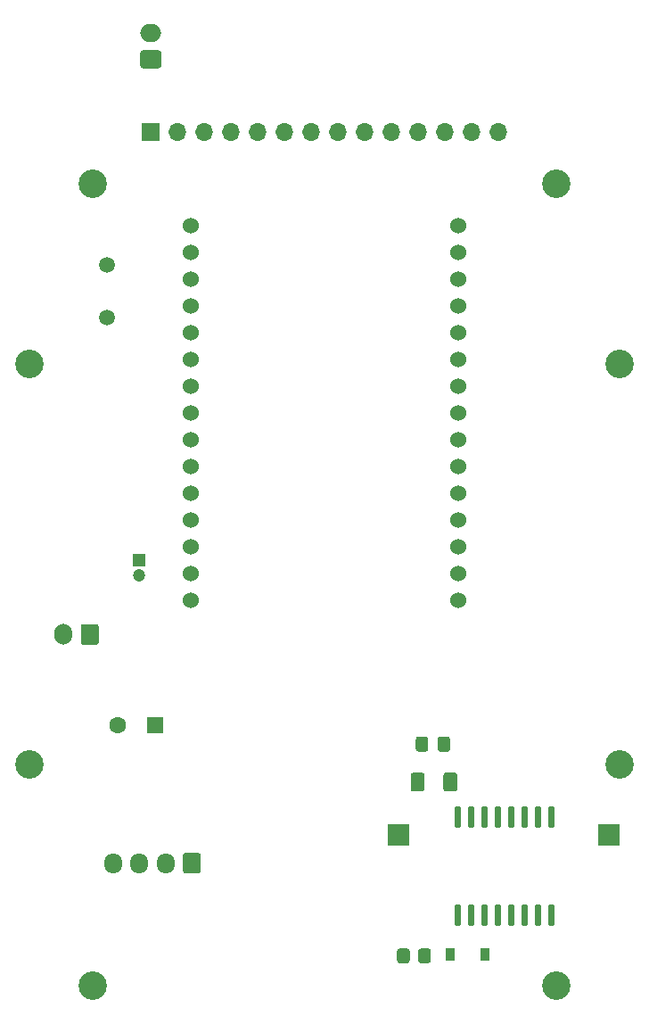
<source format=gbr>
%TF.GenerationSoftware,KiCad,Pcbnew,(5.1.10)-1*%
%TF.CreationDate,2023-09-30T19:16:06-07:00*%
%TF.ProjectId,PacmanClock_ESP32_SPI_v1_6,5061636d-616e-4436-9c6f-636b5f455350,1.6*%
%TF.SameCoordinates,Original*%
%TF.FileFunction,Soldermask,Bot*%
%TF.FilePolarity,Negative*%
%FSLAX46Y46*%
G04 Gerber Fmt 4.6, Leading zero omitted, Abs format (unit mm)*
G04 Created by KiCad (PCBNEW (5.1.10)-1) date 2023-09-30 19:16:06*
%MOMM*%
%LPD*%
G01*
G04 APERTURE LIST*
%ADD10R,2.000000X2.000000*%
%ADD11C,1.600000*%
%ADD12R,1.600000X1.600000*%
%ADD13C,1.200000*%
%ADD14R,1.200000X1.200000*%
%ADD15C,1.524000*%
%ADD16R,0.900000X1.200000*%
%ADD17C,1.498600*%
%ADD18O,2.000000X1.700000*%
%ADD19O,1.700000X2.000000*%
%ADD20O,1.700000X1.950000*%
%ADD21C,2.700000*%
%ADD22O,1.700000X1.700000*%
%ADD23R,1.700000X1.700000*%
G04 APERTURE END LIST*
D10*
%TO.C,BT1*%
X192000000Y-138700000D03*
X172000000Y-138700000D03*
%TD*%
%TO.C,C4*%
G36*
G01*
X174500000Y-133049998D02*
X174500000Y-134350002D01*
G75*
G02*
X174250002Y-134600000I-249998J0D01*
G01*
X173424998Y-134600000D01*
G75*
G02*
X173175000Y-134350002I0J249998D01*
G01*
X173175000Y-133049998D01*
G75*
G02*
X173424998Y-132800000I249998J0D01*
G01*
X174250002Y-132800000D01*
G75*
G02*
X174500000Y-133049998I0J-249998D01*
G01*
G37*
G36*
G01*
X177625000Y-133049998D02*
X177625000Y-134350002D01*
G75*
G02*
X177375002Y-134600000I-249998J0D01*
G01*
X176549998Y-134600000D01*
G75*
G02*
X176300000Y-134350002I0J249998D01*
G01*
X176300000Y-133049998D01*
G75*
G02*
X176549998Y-132800000I249998J0D01*
G01*
X177375002Y-132800000D01*
G75*
G02*
X177625000Y-133049998I0J-249998D01*
G01*
G37*
%TD*%
D11*
%TO.C,C3*%
X145400000Y-128300000D03*
D12*
X148900000Y-128300000D03*
%TD*%
D13*
%TO.C,C5*%
X147400000Y-114100000D03*
D14*
X147400000Y-112600000D03*
%TD*%
D15*
%TO.C,U2*%
X177700000Y-80900000D03*
X177700000Y-83440000D03*
X177700000Y-85980000D03*
X177700000Y-88520000D03*
X177700000Y-91060000D03*
X177700000Y-93600000D03*
X177700000Y-96140000D03*
X177700000Y-98680000D03*
X177700000Y-101220000D03*
X177700000Y-103760000D03*
X177700000Y-106300000D03*
X177700000Y-108840000D03*
X177700000Y-111380000D03*
X177700000Y-113920000D03*
X177700000Y-116460000D03*
X152300000Y-80900000D03*
X152300000Y-116460000D03*
X152300000Y-113920000D03*
X152300000Y-111380000D03*
X152300000Y-108840000D03*
X152300000Y-106300000D03*
X152300000Y-103760000D03*
X152300000Y-101220000D03*
X152300000Y-98680000D03*
X152300000Y-96140000D03*
X152300000Y-93600000D03*
X152300000Y-91060000D03*
X152300000Y-88520000D03*
X152300000Y-85980000D03*
X152300000Y-83440000D03*
%TD*%
D16*
%TO.C,D1*%
X176950000Y-150100000D03*
X180250000Y-150100000D03*
%TD*%
%TO.C,C8*%
G36*
G01*
X174850000Y-129625000D02*
X174850000Y-130575000D01*
G75*
G02*
X174600000Y-130825000I-250000J0D01*
G01*
X173925000Y-130825000D01*
G75*
G02*
X173675000Y-130575000I0J250000D01*
G01*
X173675000Y-129625000D01*
G75*
G02*
X173925000Y-129375000I250000J0D01*
G01*
X174600000Y-129375000D01*
G75*
G02*
X174850000Y-129625000I0J-250000D01*
G01*
G37*
G36*
G01*
X176925000Y-129625000D02*
X176925000Y-130575000D01*
G75*
G02*
X176675000Y-130825000I-250000J0D01*
G01*
X176000000Y-130825000D01*
G75*
G02*
X175750000Y-130575000I0J250000D01*
G01*
X175750000Y-129625000D01*
G75*
G02*
X176000000Y-129375000I250000J0D01*
G01*
X176675000Y-129375000D01*
G75*
G02*
X176925000Y-129625000I0J-250000D01*
G01*
G37*
%TD*%
%TO.C,R12*%
G36*
G01*
X173100000Y-149749999D02*
X173100000Y-150650001D01*
G75*
G02*
X172850001Y-150900000I-249999J0D01*
G01*
X172149999Y-150900000D01*
G75*
G02*
X171900000Y-150650001I0J249999D01*
G01*
X171900000Y-149749999D01*
G75*
G02*
X172149999Y-149500000I249999J0D01*
G01*
X172850001Y-149500000D01*
G75*
G02*
X173100000Y-149749999I0J-249999D01*
G01*
G37*
G36*
G01*
X175100000Y-149749999D02*
X175100000Y-150650001D01*
G75*
G02*
X174850001Y-150900000I-249999J0D01*
G01*
X174149999Y-150900000D01*
G75*
G02*
X173900000Y-150650001I0J249999D01*
G01*
X173900000Y-149749999D01*
G75*
G02*
X174149999Y-149500000I249999J0D01*
G01*
X174850001Y-149500000D01*
G75*
G02*
X175100000Y-149749999I0J-249999D01*
G01*
G37*
%TD*%
%TO.C,U3*%
G36*
G01*
X177505000Y-145325000D02*
X177805000Y-145325000D01*
G75*
G02*
X177955000Y-145475000I0J-150000D01*
G01*
X177955000Y-147225000D01*
G75*
G02*
X177805000Y-147375000I-150000J0D01*
G01*
X177505000Y-147375000D01*
G75*
G02*
X177355000Y-147225000I0J150000D01*
G01*
X177355000Y-145475000D01*
G75*
G02*
X177505000Y-145325000I150000J0D01*
G01*
G37*
G36*
G01*
X178775000Y-145325000D02*
X179075000Y-145325000D01*
G75*
G02*
X179225000Y-145475000I0J-150000D01*
G01*
X179225000Y-147225000D01*
G75*
G02*
X179075000Y-147375000I-150000J0D01*
G01*
X178775000Y-147375000D01*
G75*
G02*
X178625000Y-147225000I0J150000D01*
G01*
X178625000Y-145475000D01*
G75*
G02*
X178775000Y-145325000I150000J0D01*
G01*
G37*
G36*
G01*
X180045000Y-145325000D02*
X180345000Y-145325000D01*
G75*
G02*
X180495000Y-145475000I0J-150000D01*
G01*
X180495000Y-147225000D01*
G75*
G02*
X180345000Y-147375000I-150000J0D01*
G01*
X180045000Y-147375000D01*
G75*
G02*
X179895000Y-147225000I0J150000D01*
G01*
X179895000Y-145475000D01*
G75*
G02*
X180045000Y-145325000I150000J0D01*
G01*
G37*
G36*
G01*
X181315000Y-145325000D02*
X181615000Y-145325000D01*
G75*
G02*
X181765000Y-145475000I0J-150000D01*
G01*
X181765000Y-147225000D01*
G75*
G02*
X181615000Y-147375000I-150000J0D01*
G01*
X181315000Y-147375000D01*
G75*
G02*
X181165000Y-147225000I0J150000D01*
G01*
X181165000Y-145475000D01*
G75*
G02*
X181315000Y-145325000I150000J0D01*
G01*
G37*
G36*
G01*
X182585000Y-145325000D02*
X182885000Y-145325000D01*
G75*
G02*
X183035000Y-145475000I0J-150000D01*
G01*
X183035000Y-147225000D01*
G75*
G02*
X182885000Y-147375000I-150000J0D01*
G01*
X182585000Y-147375000D01*
G75*
G02*
X182435000Y-147225000I0J150000D01*
G01*
X182435000Y-145475000D01*
G75*
G02*
X182585000Y-145325000I150000J0D01*
G01*
G37*
G36*
G01*
X183855000Y-145325000D02*
X184155000Y-145325000D01*
G75*
G02*
X184305000Y-145475000I0J-150000D01*
G01*
X184305000Y-147225000D01*
G75*
G02*
X184155000Y-147375000I-150000J0D01*
G01*
X183855000Y-147375000D01*
G75*
G02*
X183705000Y-147225000I0J150000D01*
G01*
X183705000Y-145475000D01*
G75*
G02*
X183855000Y-145325000I150000J0D01*
G01*
G37*
G36*
G01*
X185125000Y-145325000D02*
X185425000Y-145325000D01*
G75*
G02*
X185575000Y-145475000I0J-150000D01*
G01*
X185575000Y-147225000D01*
G75*
G02*
X185425000Y-147375000I-150000J0D01*
G01*
X185125000Y-147375000D01*
G75*
G02*
X184975000Y-147225000I0J150000D01*
G01*
X184975000Y-145475000D01*
G75*
G02*
X185125000Y-145325000I150000J0D01*
G01*
G37*
G36*
G01*
X186395000Y-145325000D02*
X186695000Y-145325000D01*
G75*
G02*
X186845000Y-145475000I0J-150000D01*
G01*
X186845000Y-147225000D01*
G75*
G02*
X186695000Y-147375000I-150000J0D01*
G01*
X186395000Y-147375000D01*
G75*
G02*
X186245000Y-147225000I0J150000D01*
G01*
X186245000Y-145475000D01*
G75*
G02*
X186395000Y-145325000I150000J0D01*
G01*
G37*
G36*
G01*
X186395000Y-136025000D02*
X186695000Y-136025000D01*
G75*
G02*
X186845000Y-136175000I0J-150000D01*
G01*
X186845000Y-137925000D01*
G75*
G02*
X186695000Y-138075000I-150000J0D01*
G01*
X186395000Y-138075000D01*
G75*
G02*
X186245000Y-137925000I0J150000D01*
G01*
X186245000Y-136175000D01*
G75*
G02*
X186395000Y-136025000I150000J0D01*
G01*
G37*
G36*
G01*
X185125000Y-136025000D02*
X185425000Y-136025000D01*
G75*
G02*
X185575000Y-136175000I0J-150000D01*
G01*
X185575000Y-137925000D01*
G75*
G02*
X185425000Y-138075000I-150000J0D01*
G01*
X185125000Y-138075000D01*
G75*
G02*
X184975000Y-137925000I0J150000D01*
G01*
X184975000Y-136175000D01*
G75*
G02*
X185125000Y-136025000I150000J0D01*
G01*
G37*
G36*
G01*
X183855000Y-136025000D02*
X184155000Y-136025000D01*
G75*
G02*
X184305000Y-136175000I0J-150000D01*
G01*
X184305000Y-137925000D01*
G75*
G02*
X184155000Y-138075000I-150000J0D01*
G01*
X183855000Y-138075000D01*
G75*
G02*
X183705000Y-137925000I0J150000D01*
G01*
X183705000Y-136175000D01*
G75*
G02*
X183855000Y-136025000I150000J0D01*
G01*
G37*
G36*
G01*
X182585000Y-136025000D02*
X182885000Y-136025000D01*
G75*
G02*
X183035000Y-136175000I0J-150000D01*
G01*
X183035000Y-137925000D01*
G75*
G02*
X182885000Y-138075000I-150000J0D01*
G01*
X182585000Y-138075000D01*
G75*
G02*
X182435000Y-137925000I0J150000D01*
G01*
X182435000Y-136175000D01*
G75*
G02*
X182585000Y-136025000I150000J0D01*
G01*
G37*
G36*
G01*
X181315000Y-136025000D02*
X181615000Y-136025000D01*
G75*
G02*
X181765000Y-136175000I0J-150000D01*
G01*
X181765000Y-137925000D01*
G75*
G02*
X181615000Y-138075000I-150000J0D01*
G01*
X181315000Y-138075000D01*
G75*
G02*
X181165000Y-137925000I0J150000D01*
G01*
X181165000Y-136175000D01*
G75*
G02*
X181315000Y-136025000I150000J0D01*
G01*
G37*
G36*
G01*
X180045000Y-136025000D02*
X180345000Y-136025000D01*
G75*
G02*
X180495000Y-136175000I0J-150000D01*
G01*
X180495000Y-137925000D01*
G75*
G02*
X180345000Y-138075000I-150000J0D01*
G01*
X180045000Y-138075000D01*
G75*
G02*
X179895000Y-137925000I0J150000D01*
G01*
X179895000Y-136175000D01*
G75*
G02*
X180045000Y-136025000I150000J0D01*
G01*
G37*
G36*
G01*
X178775000Y-136025000D02*
X179075000Y-136025000D01*
G75*
G02*
X179225000Y-136175000I0J-150000D01*
G01*
X179225000Y-137925000D01*
G75*
G02*
X179075000Y-138075000I-150000J0D01*
G01*
X178775000Y-138075000D01*
G75*
G02*
X178625000Y-137925000I0J150000D01*
G01*
X178625000Y-136175000D01*
G75*
G02*
X178775000Y-136025000I150000J0D01*
G01*
G37*
G36*
G01*
X177505000Y-136025000D02*
X177805000Y-136025000D01*
G75*
G02*
X177955000Y-136175000I0J-150000D01*
G01*
X177955000Y-137925000D01*
G75*
G02*
X177805000Y-138075000I-150000J0D01*
G01*
X177505000Y-138075000D01*
G75*
G02*
X177355000Y-137925000I0J150000D01*
G01*
X177355000Y-136175000D01*
G75*
G02*
X177505000Y-136025000I150000J0D01*
G01*
G37*
%TD*%
D17*
%TO.C,SW1*%
X144300000Y-89603800D03*
X144300000Y-84600000D03*
%TD*%
D18*
%TO.C,J4*%
X148500000Y-62600000D03*
G36*
G01*
X149250000Y-65950000D02*
X147750000Y-65950000D01*
G75*
G02*
X147500000Y-65700000I0J250000D01*
G01*
X147500000Y-64500000D01*
G75*
G02*
X147750000Y-64250000I250000J0D01*
G01*
X149250000Y-64250000D01*
G75*
G02*
X149500000Y-64500000I0J-250000D01*
G01*
X149500000Y-65700000D01*
G75*
G02*
X149250000Y-65950000I-250000J0D01*
G01*
G37*
%TD*%
D19*
%TO.C,J3*%
X140200000Y-119700000D03*
G36*
G01*
X143550000Y-118950000D02*
X143550000Y-120450000D01*
G75*
G02*
X143300000Y-120700000I-250000J0D01*
G01*
X142100000Y-120700000D01*
G75*
G02*
X141850000Y-120450000I0J250000D01*
G01*
X141850000Y-118950000D01*
G75*
G02*
X142100000Y-118700000I250000J0D01*
G01*
X143300000Y-118700000D01*
G75*
G02*
X143550000Y-118950000I0J-250000D01*
G01*
G37*
%TD*%
D20*
%TO.C,J2*%
X144900000Y-141400000D03*
X147400000Y-141400000D03*
X149900000Y-141400000D03*
G36*
G01*
X153250000Y-140675000D02*
X153250000Y-142125000D01*
G75*
G02*
X153000000Y-142375000I-250000J0D01*
G01*
X151800000Y-142375000D01*
G75*
G02*
X151550000Y-142125000I0J250000D01*
G01*
X151550000Y-140675000D01*
G75*
G02*
X151800000Y-140425000I250000J0D01*
G01*
X153000000Y-140425000D01*
G75*
G02*
X153250000Y-140675000I0J-250000D01*
G01*
G37*
%TD*%
D21*
%TO.C,H8*%
X193000000Y-132000000D03*
%TD*%
%TO.C,H7*%
X193000000Y-94000000D03*
%TD*%
%TO.C,H6*%
X137000000Y-132000000D03*
%TD*%
%TO.C,H5*%
X137000000Y-94000000D03*
%TD*%
D22*
%TO.C,J1*%
X181520000Y-72000000D03*
X178980000Y-72000000D03*
X176440000Y-72000000D03*
X173900000Y-72000000D03*
X171360000Y-72000000D03*
X168820000Y-72000000D03*
X166280000Y-72000000D03*
X163740000Y-72000000D03*
X161200000Y-72000000D03*
X158660000Y-72000000D03*
X156120000Y-72000000D03*
X153580000Y-72000000D03*
X151040000Y-72000000D03*
D23*
X148500000Y-72000000D03*
%TD*%
D21*
%TO.C,H4*%
X187000000Y-76900000D03*
%TD*%
%TO.C,H3*%
X187000000Y-153000000D03*
%TD*%
%TO.C,H2*%
X143000000Y-76900000D03*
%TD*%
%TO.C,H1*%
X143000000Y-153000000D03*
%TD*%
M02*

</source>
